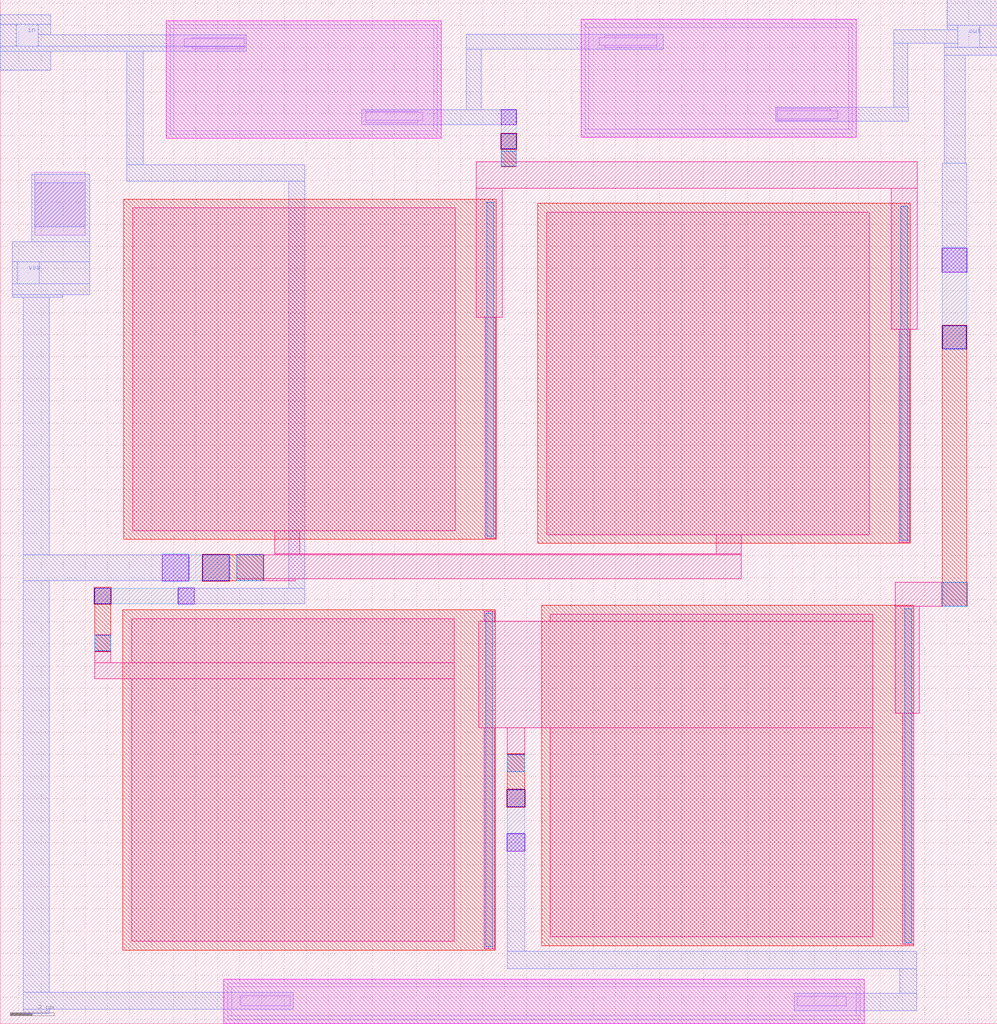
<source format=lef>
VERSION 5.7 ;
  NOWIREEXTENSIONATPIN ON ;
  DIVIDERCHAR "/" ;
  BUSBITCHARS "[]" ;
MACRO twin_tee
  CLASS BLOCK ;
  FOREIGN twin_tee ;
  ORIGIN 3.840 19.190 ;
  SIZE 45.140 BY 46.360 ;
  PIN vss
    ANTENNADIFFAREA 6.709700 ;
    PORT
      LAYER met1 ;
        RECT -3.080 14.300 -2.080 15.300 ;
    END
  END vss
  PIN out
    PORT
      LAYER met1 ;
        RECT 39.510 25.020 40.510 26.020 ;
    END
  END out
  PIN in
    PORT
      LAYER met1 ;
        RECT -3.130 25.060 -2.130 26.060 ;
    END
  END in
  OBS
      LAYER pwell ;
        RECT 3.660 20.890 16.120 26.220 ;
        RECT 22.450 20.950 34.910 26.280 ;
        RECT 6.280 -19.190 35.260 -17.180 ;
      LAYER li1 ;
        RECT 3.840 25.870 15.940 26.040 ;
        RECT 3.840 21.240 4.010 25.870 ;
        RECT 4.840 25.390 7.190 25.450 ;
        RECT 4.490 25.040 7.190 25.390 ;
        RECT 4.840 24.940 7.190 25.040 ;
        RECT 12.690 22.070 15.050 22.110 ;
        RECT 12.690 21.720 15.290 22.070 ;
        RECT 12.690 21.600 15.050 21.720 ;
        RECT 15.770 21.240 15.940 25.870 ;
        RECT 3.840 21.070 15.940 21.240 ;
        RECT 22.630 25.930 34.730 26.100 ;
        RECT 22.630 21.300 22.800 25.930 ;
        RECT 23.520 25.450 25.880 25.540 ;
        RECT 23.280 25.100 25.880 25.450 ;
        RECT 23.520 25.020 25.880 25.100 ;
        RECT 31.340 22.130 33.730 22.230 ;
        RECT 31.340 21.780 34.080 22.130 ;
        RECT 31.340 21.710 33.730 21.780 ;
        RECT 34.560 21.300 34.730 25.930 ;
        RECT 22.630 21.130 34.730 21.300 ;
        RECT -2.280 16.500 0.010 19.350 ;
        RECT 6.460 -17.530 35.080 -17.360 ;
        RECT 6.460 -18.840 6.630 -17.530 ;
        RECT 7.050 -18.390 9.290 -17.920 ;
        RECT 32.230 -18.390 34.460 -17.950 ;
        RECT 34.910 -18.840 35.080 -17.530 ;
        RECT 6.460 -19.010 35.080 -18.840 ;
      LAYER mcon ;
        RECT -2.280 16.880 0.010 18.870 ;
      LAYER met1 ;
        RECT -3.840 26.060 -1.570 26.490 ;
        RECT -3.840 25.060 -3.130 26.060 ;
        RECT -2.130 25.580 -1.570 26.060 ;
        RECT 39.030 26.020 41.300 27.170 ;
        RECT 39.030 25.815 39.510 26.020 ;
        RECT -2.130 25.060 7.300 25.580 ;
        RECT -3.840 24.840 7.300 25.060 ;
        RECT 17.250 24.930 26.180 25.610 ;
        RECT 36.615 25.185 39.510 25.815 ;
        RECT -3.840 23.980 -1.570 24.840 ;
        RECT 1.880 19.690 2.620 24.840 ;
        RECT 17.250 22.180 17.930 24.930 ;
        RECT 36.615 22.290 37.245 25.185 ;
        RECT 38.890 25.020 39.510 25.185 ;
        RECT 40.510 25.020 41.300 26.020 ;
        RECT 38.890 24.660 41.300 25.020 ;
        RECT 12.520 21.500 19.540 22.180 ;
        RECT 31.270 21.660 37.270 22.290 ;
        RECT 38.890 19.760 39.835 24.660 ;
        RECT -2.430 16.210 0.210 19.270 ;
        RECT 1.880 18.950 9.940 19.690 ;
        RECT -3.300 15.300 0.210 16.210 ;
        RECT -3.300 14.300 -3.080 15.300 ;
        RECT -2.080 14.300 0.210 15.300 ;
        RECT -3.300 13.800 0.210 14.300 ;
        RECT -3.300 13.700 -1.030 13.800 ;
        RECT -2.810 2.045 -1.620 13.700 ;
        RECT -2.810 0.855 4.705 2.045 ;
        RECT -2.810 -17.780 -1.620 0.855 ;
        RECT -1.080 0.850 2.000 0.855 ;
        RECT 9.210 0.530 9.930 18.950 ;
        RECT 38.810 15.920 39.910 19.760 ;
        RECT 38.780 14.820 39.940 15.920 ;
        RECT 4.180 -0.190 9.930 0.530 ;
        RECT 19.110 -15.920 19.890 -10.570 ;
        RECT 19.110 -16.700 37.650 -15.920 ;
        RECT -2.810 -18.535 9.415 -17.780 ;
        RECT 36.870 -17.820 37.650 -16.700 ;
        RECT -2.810 -18.755 -1.620 -18.535 ;
        RECT 32.100 -18.600 37.650 -17.820 ;
      LAYER via ;
        RECT 18.830 21.500 19.510 22.180 ;
        RECT 3.485 0.855 4.675 2.045 ;
        RECT 38.810 14.820 39.910 15.920 ;
        RECT 4.210 -0.190 4.930 0.530 ;
        RECT 19.110 -11.380 19.890 -10.600 ;
      LAYER met2 ;
        RECT 18.830 20.375 19.510 22.210 ;
        RECT 38.810 12.405 39.910 15.950 ;
        RECT 38.790 11.355 39.930 12.405 ;
        RECT 38.810 11.330 39.910 11.355 ;
        RECT 3.485 2.045 4.675 2.075 ;
        RECT 3.485 0.855 6.560 2.045 ;
        RECT 3.485 0.825 4.675 0.855 ;
        RECT 4.210 0.530 4.930 0.560 ;
        RECT 0.385 -0.190 4.930 0.530 ;
        RECT 4.210 -0.220 4.930 -0.190 ;
        RECT 19.110 -10.600 19.890 -8.555 ;
        RECT 19.080 -11.380 19.920 -10.600 ;
      LAYER via2 ;
        RECT 18.830 20.420 19.510 21.100 ;
        RECT 38.835 11.355 39.885 12.405 ;
        RECT 5.325 0.855 6.515 2.045 ;
        RECT 0.430 -0.190 1.150 0.530 ;
        RECT 19.110 -9.380 19.890 -8.600 ;
      LAYER met3 ;
        RECT 18.805 20.395 19.535 21.125 ;
        RECT 18.830 19.600 19.510 20.395 ;
        RECT 1.745 2.735 18.605 18.135 ;
        RECT 20.490 2.550 37.350 17.950 ;
        RECT 5.300 2.045 6.540 2.070 ;
        RECT 5.300 0.855 8.085 2.045 ;
        RECT 5.300 0.830 6.540 0.855 ;
        RECT 38.810 0.795 39.910 12.430 ;
        RECT 0.405 -0.215 1.175 0.555 ;
        RECT 0.430 -2.350 1.150 -0.215 ;
        RECT 1.700 -15.860 18.560 -0.460 ;
        RECT 19.110 -8.575 19.890 -6.980 ;
        RECT 19.085 -9.405 19.915 -8.575 ;
        RECT 20.660 -15.660 37.520 -0.260 ;
        RECT 38.785 -0.295 39.935 0.795 ;
        RECT 38.810 -0.300 39.910 -0.295 ;
      LAYER via3 ;
        RECT 18.830 19.630 19.510 20.310 ;
        RECT 18.185 2.875 18.505 17.995 ;
        RECT 36.930 2.690 37.250 17.810 ;
        RECT 6.865 0.855 8.055 2.045 ;
        RECT 38.815 -0.295 39.905 0.795 ;
        RECT 0.430 -2.320 1.150 -1.600 ;
        RECT 18.140 -15.720 18.460 -0.600 ;
        RECT 19.110 -7.790 19.890 -7.010 ;
        RECT 37.100 -15.520 37.420 -0.400 ;
      LAYER met4 ;
        RECT 18.825 19.820 19.515 20.315 ;
        RECT 17.710 18.640 37.680 19.820 ;
        RECT 2.140 3.130 16.750 17.740 ;
        RECT 17.710 12.800 18.890 18.640 ;
        RECT 8.580 2.085 9.710 3.130 ;
        RECT 18.105 2.795 18.585 12.800 ;
        RECT 20.885 2.945 35.495 17.555 ;
        RECT 36.500 12.240 37.680 18.640 ;
        RECT 28.575 2.085 29.705 2.945 ;
        RECT 36.850 2.610 37.330 12.240 ;
        RECT 6.860 2.045 8.060 2.050 ;
        RECT 8.580 2.045 29.705 2.085 ;
        RECT 6.860 0.955 29.705 2.045 ;
        RECT 6.860 0.855 9.505 0.955 ;
        RECT 6.860 0.850 8.060 0.855 ;
        RECT 36.670 -0.300 39.910 0.800 ;
        RECT 0.425 -2.325 1.155 -1.595 ;
        RECT 0.430 -2.850 1.150 -2.325 ;
        RECT 2.095 -2.850 16.705 -0.855 ;
        RECT 18.060 -0.980 18.540 -0.520 ;
        RECT 21.055 -0.980 35.665 -0.655 ;
        RECT 0.430 -3.570 16.705 -2.850 ;
        RECT 2.095 -15.465 16.705 -3.570 ;
        RECT 17.820 -5.790 35.665 -0.980 ;
        RECT 36.670 -5.140 37.770 -0.300 ;
        RECT 18.060 -15.800 18.540 -5.790 ;
        RECT 19.110 -7.005 19.890 -5.790 ;
        RECT 19.105 -7.795 19.895 -7.005 ;
        RECT 21.055 -15.265 35.665 -5.790 ;
        RECT 37.020 -15.600 37.500 -5.140 ;
  END
END twin_tee
END LIBRARY


</source>
